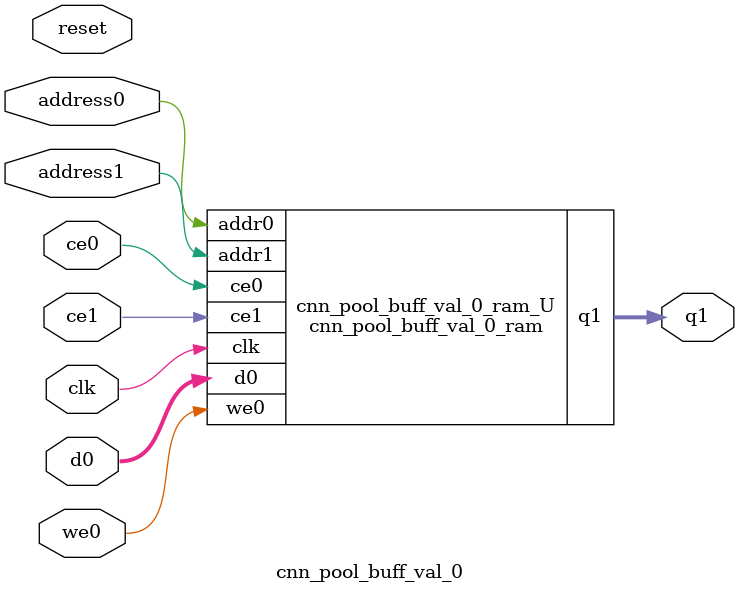
<source format=v>
`timescale 1 ns / 1 ps
module cnn_pool_buff_val_0_ram (addr0, ce0, d0, we0, addr1, ce1, q1,  clk);

parameter DWIDTH = 32;
parameter AWIDTH = 1;
parameter MEM_SIZE = 2;

input[AWIDTH-1:0] addr0;
input ce0;
input[DWIDTH-1:0] d0;
input we0;
input[AWIDTH-1:0] addr1;
input ce1;
output reg[DWIDTH-1:0] q1;
input clk;

reg [DWIDTH-1:0] ram[0:MEM_SIZE-1];




always @(posedge clk)  
begin 
    if (ce0) begin
        if (we0) 
            ram[addr0] <= d0; 
    end
end


always @(posedge clk)  
begin 
    if (ce1) begin
        q1 <= ram[addr1];
    end
end


endmodule

`timescale 1 ns / 1 ps
module cnn_pool_buff_val_0(
    reset,
    clk,
    address0,
    ce0,
    we0,
    d0,
    address1,
    ce1,
    q1);

parameter DataWidth = 32'd32;
parameter AddressRange = 32'd2;
parameter AddressWidth = 32'd1;
input reset;
input clk;
input[AddressWidth - 1:0] address0;
input ce0;
input we0;
input[DataWidth - 1:0] d0;
input[AddressWidth - 1:0] address1;
input ce1;
output[DataWidth - 1:0] q1;



cnn_pool_buff_val_0_ram cnn_pool_buff_val_0_ram_U(
    .clk( clk ),
    .addr0( address0 ),
    .ce0( ce0 ),
    .we0( we0 ),
    .d0( d0 ),
    .addr1( address1 ),
    .ce1( ce1 ),
    .q1( q1 ));

endmodule


</source>
